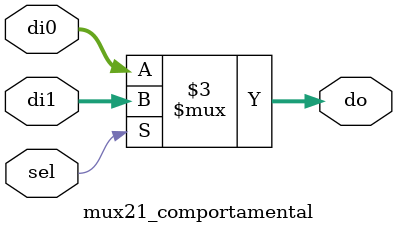
<source format=v>
`timescale 1ns / 1ps


module mux21_comportamental#(parameter SIZE = 8)(di1,di0,sel,do);
	input[SIZE-1:0] di1, di0;
	input sel;
	output reg[SIZE-1:0] do;
	
		always@(sel or di1 or di0)
		do <= (sel==1) ? di1 : di0;
		
endmodule

//module tb;
//    parameter SIZE = 8;
    
//    reg [SIZE-1:0] di1, di0;
//	reg sel;
//	wire [SIZE-1:0] do;
    
//    mux21_comportamental#(SIZE) inst(di1, di0, sel, do);
    
//    initial
//        #50 $finish;
    
//    initial 
//    begin
//        #0 di0 = 8'hAB; di1 = 8'hCD; sel = 0;
//        #20 sel = 1;
    
//    end
    


//endmodule

</source>
